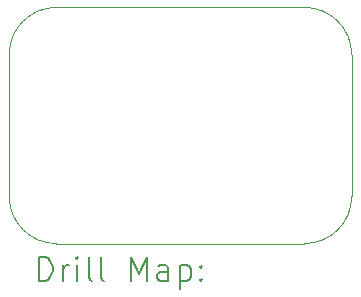
<source format=gbr>
%TF.GenerationSoftware,KiCad,Pcbnew,(6.0.11)*%
%TF.CreationDate,2023-02-13T21:24:24+05:30*%
%TF.ProjectId,charg,63686172-672e-46b6-9963-61645f706362,rev?*%
%TF.SameCoordinates,Original*%
%TF.FileFunction,Drillmap*%
%TF.FilePolarity,Positive*%
%FSLAX45Y45*%
G04 Gerber Fmt 4.5, Leading zero omitted, Abs format (unit mm)*
G04 Created by KiCad (PCBNEW (6.0.11)) date 2023-02-13 21:24:24*
%MOMM*%
%LPD*%
G01*
G04 APERTURE LIST*
%ADD10C,0.100000*%
%ADD11C,0.200000*%
G04 APERTURE END LIST*
D10*
X13359000Y-6615000D02*
X13359000Y-5415000D01*
X13359000Y-6615000D02*
G75*
G03*
X13759000Y-7015000I400000J0D01*
G01*
X13759000Y-5015000D02*
X15859000Y-5015000D01*
X15859000Y-7015000D02*
G75*
G03*
X16259000Y-6615000I0J400000D01*
G01*
X13759000Y-5015000D02*
G75*
G03*
X13359000Y-5415000I0J-400000D01*
G01*
X16259000Y-5415000D02*
X16259000Y-6615000D01*
X16259000Y-5415000D02*
G75*
G03*
X15859000Y-5015000I-400000J0D01*
G01*
X15859000Y-7015000D02*
X13759000Y-7015000D01*
D11*
X13611619Y-7330476D02*
X13611619Y-7130476D01*
X13659238Y-7130476D01*
X13687809Y-7140000D01*
X13706857Y-7159048D01*
X13716381Y-7178095D01*
X13725905Y-7216190D01*
X13725905Y-7244762D01*
X13716381Y-7282857D01*
X13706857Y-7301905D01*
X13687809Y-7320952D01*
X13659238Y-7330476D01*
X13611619Y-7330476D01*
X13811619Y-7330476D02*
X13811619Y-7197143D01*
X13811619Y-7235238D02*
X13821143Y-7216190D01*
X13830667Y-7206667D01*
X13849714Y-7197143D01*
X13868762Y-7197143D01*
X13935428Y-7330476D02*
X13935428Y-7197143D01*
X13935428Y-7130476D02*
X13925905Y-7140000D01*
X13935428Y-7149524D01*
X13944952Y-7140000D01*
X13935428Y-7130476D01*
X13935428Y-7149524D01*
X14059238Y-7330476D02*
X14040190Y-7320952D01*
X14030667Y-7301905D01*
X14030667Y-7130476D01*
X14164000Y-7330476D02*
X14144952Y-7320952D01*
X14135428Y-7301905D01*
X14135428Y-7130476D01*
X14392571Y-7330476D02*
X14392571Y-7130476D01*
X14459238Y-7273333D01*
X14525905Y-7130476D01*
X14525905Y-7330476D01*
X14706857Y-7330476D02*
X14706857Y-7225714D01*
X14697333Y-7206667D01*
X14678286Y-7197143D01*
X14640190Y-7197143D01*
X14621143Y-7206667D01*
X14706857Y-7320952D02*
X14687809Y-7330476D01*
X14640190Y-7330476D01*
X14621143Y-7320952D01*
X14611619Y-7301905D01*
X14611619Y-7282857D01*
X14621143Y-7263809D01*
X14640190Y-7254286D01*
X14687809Y-7254286D01*
X14706857Y-7244762D01*
X14802095Y-7197143D02*
X14802095Y-7397143D01*
X14802095Y-7206667D02*
X14821143Y-7197143D01*
X14859238Y-7197143D01*
X14878286Y-7206667D01*
X14887809Y-7216190D01*
X14897333Y-7235238D01*
X14897333Y-7292381D01*
X14887809Y-7311428D01*
X14878286Y-7320952D01*
X14859238Y-7330476D01*
X14821143Y-7330476D01*
X14802095Y-7320952D01*
X14983048Y-7311428D02*
X14992571Y-7320952D01*
X14983048Y-7330476D01*
X14973524Y-7320952D01*
X14983048Y-7311428D01*
X14983048Y-7330476D01*
X14983048Y-7206667D02*
X14992571Y-7216190D01*
X14983048Y-7225714D01*
X14973524Y-7216190D01*
X14983048Y-7206667D01*
X14983048Y-7225714D01*
M02*

</source>
